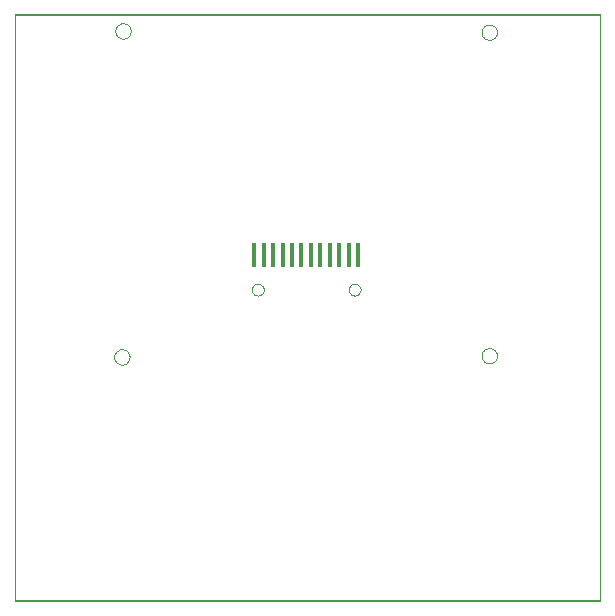
<source format=gtp>
G75*
G70*
%OFA0B0*%
%FSLAX24Y24*%
%IPPOS*%
%LPD*%
%AMOC8*
5,1,8,0,0,1.08239X$1,22.5*
%
%ADD10C,0.0000*%
%ADD11R,0.0157X0.0787*%
D10*
X000736Y000100D02*
X000736Y019663D01*
X020252Y019663D01*
X020252Y000100D01*
X000736Y000100D01*
X000750Y000128D02*
X000750Y019628D01*
X020250Y019628D01*
X020250Y000128D01*
X000750Y000128D01*
X004056Y008245D02*
X004058Y008276D01*
X004064Y008307D01*
X004073Y008337D01*
X004086Y008366D01*
X004103Y008393D01*
X004123Y008417D01*
X004145Y008439D01*
X004171Y008458D01*
X004198Y008474D01*
X004227Y008486D01*
X004257Y008495D01*
X004288Y008500D01*
X004320Y008501D01*
X004351Y008498D01*
X004382Y008491D01*
X004412Y008481D01*
X004440Y008467D01*
X004466Y008449D01*
X004490Y008429D01*
X004511Y008405D01*
X004530Y008380D01*
X004545Y008352D01*
X004556Y008323D01*
X004564Y008292D01*
X004568Y008261D01*
X004568Y008229D01*
X004564Y008198D01*
X004556Y008167D01*
X004545Y008138D01*
X004530Y008110D01*
X004511Y008085D01*
X004490Y008061D01*
X004466Y008041D01*
X004440Y008023D01*
X004412Y008009D01*
X004382Y007999D01*
X004351Y007992D01*
X004320Y007989D01*
X004288Y007990D01*
X004257Y007995D01*
X004227Y008004D01*
X004198Y008016D01*
X004171Y008032D01*
X004145Y008051D01*
X004123Y008073D01*
X004103Y008097D01*
X004086Y008124D01*
X004073Y008153D01*
X004064Y008183D01*
X004058Y008214D01*
X004056Y008245D01*
X008643Y010489D02*
X008645Y010516D01*
X008651Y010543D01*
X008660Y010569D01*
X008673Y010593D01*
X008689Y010616D01*
X008708Y010635D01*
X008730Y010652D01*
X008754Y010666D01*
X008779Y010676D01*
X008806Y010683D01*
X008833Y010686D01*
X008861Y010685D01*
X008888Y010680D01*
X008914Y010672D01*
X008938Y010660D01*
X008961Y010644D01*
X008982Y010626D01*
X008999Y010605D01*
X009014Y010581D01*
X009025Y010556D01*
X009033Y010530D01*
X009037Y010503D01*
X009037Y010475D01*
X009033Y010448D01*
X009025Y010422D01*
X009014Y010397D01*
X008999Y010373D01*
X008982Y010352D01*
X008961Y010334D01*
X008939Y010318D01*
X008914Y010306D01*
X008888Y010298D01*
X008861Y010293D01*
X008833Y010292D01*
X008806Y010295D01*
X008779Y010302D01*
X008754Y010312D01*
X008730Y010326D01*
X008708Y010343D01*
X008689Y010362D01*
X008673Y010385D01*
X008660Y010409D01*
X008651Y010435D01*
X008645Y010462D01*
X008643Y010489D01*
X011871Y010489D02*
X011873Y010516D01*
X011879Y010543D01*
X011888Y010569D01*
X011901Y010593D01*
X011917Y010616D01*
X011936Y010635D01*
X011958Y010652D01*
X011982Y010666D01*
X012007Y010676D01*
X012034Y010683D01*
X012061Y010686D01*
X012089Y010685D01*
X012116Y010680D01*
X012142Y010672D01*
X012166Y010660D01*
X012189Y010644D01*
X012210Y010626D01*
X012227Y010605D01*
X012242Y010581D01*
X012253Y010556D01*
X012261Y010530D01*
X012265Y010503D01*
X012265Y010475D01*
X012261Y010448D01*
X012253Y010422D01*
X012242Y010397D01*
X012227Y010373D01*
X012210Y010352D01*
X012189Y010334D01*
X012167Y010318D01*
X012142Y010306D01*
X012116Y010298D01*
X012089Y010293D01*
X012061Y010292D01*
X012034Y010295D01*
X012007Y010302D01*
X011982Y010312D01*
X011958Y010326D01*
X011936Y010343D01*
X011917Y010362D01*
X011901Y010385D01*
X011888Y010409D01*
X011879Y010435D01*
X011873Y010462D01*
X011871Y010489D01*
X016300Y008284D02*
X016302Y008315D01*
X016308Y008346D01*
X016317Y008376D01*
X016330Y008405D01*
X016347Y008432D01*
X016367Y008456D01*
X016389Y008478D01*
X016415Y008497D01*
X016442Y008513D01*
X016471Y008525D01*
X016501Y008534D01*
X016532Y008539D01*
X016564Y008540D01*
X016595Y008537D01*
X016626Y008530D01*
X016656Y008520D01*
X016684Y008506D01*
X016710Y008488D01*
X016734Y008468D01*
X016755Y008444D01*
X016774Y008419D01*
X016789Y008391D01*
X016800Y008362D01*
X016808Y008331D01*
X016812Y008300D01*
X016812Y008268D01*
X016808Y008237D01*
X016800Y008206D01*
X016789Y008177D01*
X016774Y008149D01*
X016755Y008124D01*
X016734Y008100D01*
X016710Y008080D01*
X016684Y008062D01*
X016656Y008048D01*
X016626Y008038D01*
X016595Y008031D01*
X016564Y008028D01*
X016532Y008029D01*
X016501Y008034D01*
X016471Y008043D01*
X016442Y008055D01*
X016415Y008071D01*
X016389Y008090D01*
X016367Y008112D01*
X016347Y008136D01*
X016330Y008163D01*
X016317Y008192D01*
X016308Y008222D01*
X016302Y008253D01*
X016300Y008284D01*
X016300Y019071D02*
X016302Y019102D01*
X016308Y019133D01*
X016317Y019163D01*
X016330Y019192D01*
X016347Y019219D01*
X016367Y019243D01*
X016389Y019265D01*
X016415Y019284D01*
X016442Y019300D01*
X016471Y019312D01*
X016501Y019321D01*
X016532Y019326D01*
X016564Y019327D01*
X016595Y019324D01*
X016626Y019317D01*
X016656Y019307D01*
X016684Y019293D01*
X016710Y019275D01*
X016734Y019255D01*
X016755Y019231D01*
X016774Y019206D01*
X016789Y019178D01*
X016800Y019149D01*
X016808Y019118D01*
X016812Y019087D01*
X016812Y019055D01*
X016808Y019024D01*
X016800Y018993D01*
X016789Y018964D01*
X016774Y018936D01*
X016755Y018911D01*
X016734Y018887D01*
X016710Y018867D01*
X016684Y018849D01*
X016656Y018835D01*
X016626Y018825D01*
X016595Y018818D01*
X016564Y018815D01*
X016532Y018816D01*
X016501Y018821D01*
X016471Y018830D01*
X016442Y018842D01*
X016415Y018858D01*
X016389Y018877D01*
X016367Y018899D01*
X016347Y018923D01*
X016330Y018950D01*
X016317Y018979D01*
X016308Y019009D01*
X016302Y019040D01*
X016300Y019071D01*
X004095Y019111D02*
X004097Y019142D01*
X004103Y019173D01*
X004112Y019203D01*
X004125Y019232D01*
X004142Y019259D01*
X004162Y019283D01*
X004184Y019305D01*
X004210Y019324D01*
X004237Y019340D01*
X004266Y019352D01*
X004296Y019361D01*
X004327Y019366D01*
X004359Y019367D01*
X004390Y019364D01*
X004421Y019357D01*
X004451Y019347D01*
X004479Y019333D01*
X004505Y019315D01*
X004529Y019295D01*
X004550Y019271D01*
X004569Y019246D01*
X004584Y019218D01*
X004595Y019189D01*
X004603Y019158D01*
X004607Y019127D01*
X004607Y019095D01*
X004603Y019064D01*
X004595Y019033D01*
X004584Y019004D01*
X004569Y018976D01*
X004550Y018951D01*
X004529Y018927D01*
X004505Y018907D01*
X004479Y018889D01*
X004451Y018875D01*
X004421Y018865D01*
X004390Y018858D01*
X004359Y018855D01*
X004327Y018856D01*
X004296Y018861D01*
X004266Y018870D01*
X004237Y018882D01*
X004210Y018898D01*
X004184Y018917D01*
X004162Y018939D01*
X004142Y018963D01*
X004125Y018990D01*
X004112Y019019D01*
X004103Y019049D01*
X004097Y019080D01*
X004095Y019111D01*
D11*
X008721Y011631D03*
X009036Y011631D03*
X009351Y011631D03*
X009666Y011631D03*
X009981Y011631D03*
X010296Y011631D03*
X010611Y011631D03*
X010926Y011631D03*
X011241Y011631D03*
X011556Y011631D03*
X011871Y011631D03*
X012186Y011631D03*
M02*

</source>
